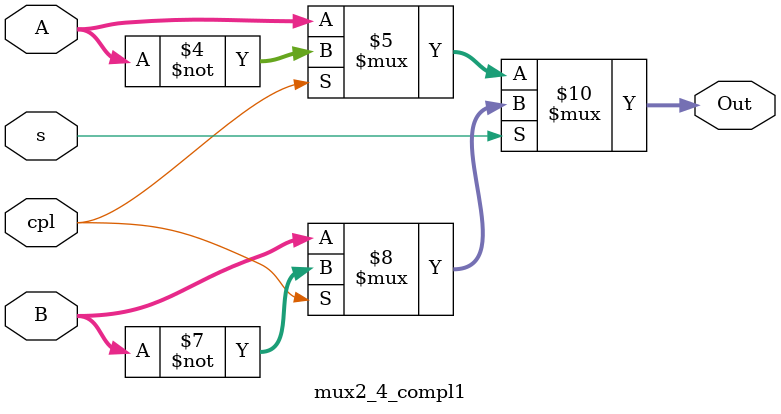
<source format=v>
module mux2_4_compl1(output reg [3:0] Out, input wire [3:0] A, input wire [3:0] B, input wire s, input wire cpl);
    always @(*) begin
        if (s == 1'b0) begin
            Out = (cpl == 1'b1) ? ~A : A;
        end else begin
            Out = (cpl == 1'b1) ? ~B : B;
        end
    end
endmodule
</source>
